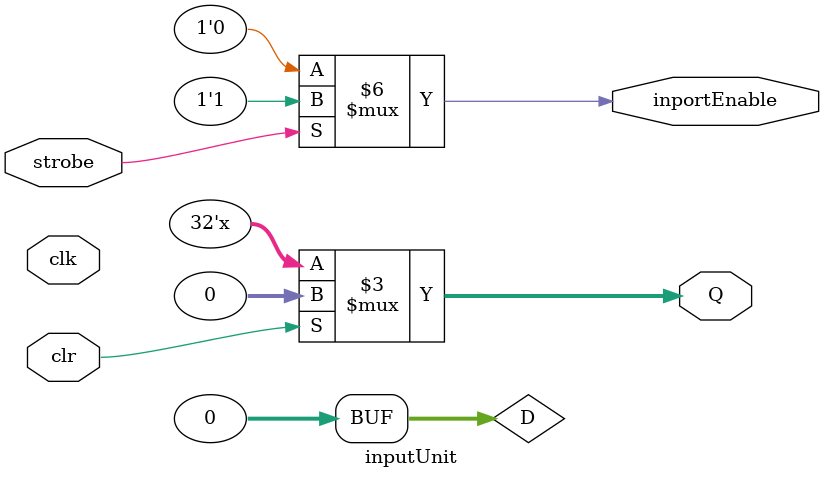
<source format=v>
module inputUnit#(parameter val=0)(input wire clr,input wire clk,input wire strobe,output reg [31:0] Q,output reg inportEnable);
reg [31:0] D;
initial begin 
    D<=val;
end
always @(clk) begin
    if (strobe)begin
        inportEnable<=1;
    end
    else begin
        inportEnable<=0;
    end
    if(clr)begin
    Q<=0;
    end
end
endmodule
</source>
